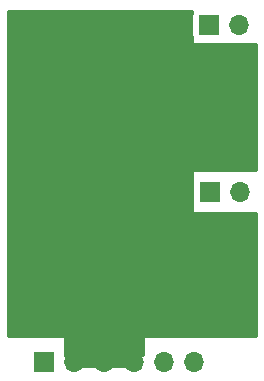
<source format=gbr>
%TF.GenerationSoftware,KiCad,Pcbnew,(5.1.6)-1*%
%TF.CreationDate,2020-08-23T14:00:48-07:00*%
%TF.ProjectId,Led Driver Double,4c656420-4472-4697-9665-7220446f7562,rev?*%
%TF.SameCoordinates,Original*%
%TF.FileFunction,Copper,L2,Bot*%
%TF.FilePolarity,Positive*%
%FSLAX46Y46*%
G04 Gerber Fmt 4.6, Leading zero omitted, Abs format (unit mm)*
G04 Created by KiCad (PCBNEW (5.1.6)-1) date 2020-08-23 14:00:48*
%MOMM*%
%LPD*%
G01*
G04 APERTURE LIST*
%TA.AperFunction,ComponentPad*%
%ADD10O,1.700000X1.700000*%
%TD*%
%TA.AperFunction,ComponentPad*%
%ADD11R,1.700000X1.700000*%
%TD*%
%TA.AperFunction,ViaPad*%
%ADD12C,0.800000*%
%TD*%
%TA.AperFunction,Conductor*%
%ADD13C,1.000000*%
%TD*%
%TA.AperFunction,Conductor*%
%ADD14C,0.254000*%
%TD*%
G04 APERTURE END LIST*
D10*
%TO.P,J5,6*%
%TO.N,/Dim2*%
X87687120Y-51073560D03*
%TO.P,J5,5*%
%TO.N,/Dim1*%
X85147120Y-51073560D03*
%TO.P,J5,4*%
%TO.N,/Gnd*%
X82607120Y-51073560D03*
%TO.P,J5,3*%
X80067120Y-51073560D03*
%TO.P,J5,2*%
X77527120Y-51073560D03*
D11*
%TO.P,J5,1*%
%TO.N,/Vin*%
X74987120Y-51073560D03*
%TD*%
D10*
%TO.P,J1,2*%
%TO.N,/LED1+*%
X91450000Y-22540000D03*
D11*
%TO.P,J1,1*%
%TO.N,/LED1-*%
X88910000Y-22540000D03*
%TD*%
D10*
%TO.P,J2,2*%
%TO.N,/LED2+*%
X91560000Y-36670000D03*
D11*
%TO.P,J2,1*%
%TO.N,/LED2-*%
X89020000Y-36670000D03*
%TD*%
D12*
%TO.N,/Gnd*%
X91340000Y-45560000D03*
X90340000Y-46560000D03*
X91340000Y-46560000D03*
X90340000Y-45560000D03*
X91340000Y-31420000D03*
X90340000Y-32420000D03*
X91340000Y-32420000D03*
X90340000Y-31420000D03*
X88897108Y-25654668D03*
X89794091Y-25652491D03*
X90683200Y-25642440D03*
X88729628Y-39777028D03*
X89626611Y-39774851D03*
X90515720Y-39764800D03*
X77305880Y-25722760D03*
X77425080Y-39817020D03*
X78315059Y-39816041D03*
X79207568Y-39817612D03*
X79101068Y-25718272D03*
X78208559Y-25716701D03*
X90835600Y-31922880D03*
X90820840Y-46059340D03*
%TD*%
D13*
%TO.N,/Gnd*%
X77527120Y-51073560D02*
X77270000Y-25710000D01*
X77527120Y-51073560D02*
X82607120Y-51073560D01*
%TD*%
D14*
%TO.N,/Gnd*%
G36*
X87443000Y-21536469D02*
G01*
X87434188Y-21565518D01*
X87421928Y-21690000D01*
X87421928Y-23390000D01*
X87434188Y-23514482D01*
X87443000Y-23543531D01*
X87443000Y-24020000D01*
X87445440Y-24044776D01*
X87452667Y-24068601D01*
X87464403Y-24090557D01*
X87480197Y-24109803D01*
X87499443Y-24125597D01*
X87521399Y-24137333D01*
X87545224Y-24144560D01*
X87570000Y-24147000D01*
X92910000Y-24147000D01*
X92910000Y-34823000D01*
X87610000Y-34823000D01*
X87585224Y-34825440D01*
X87561399Y-34832667D01*
X87539443Y-34844403D01*
X87520197Y-34860197D01*
X87504403Y-34879443D01*
X87492667Y-34901399D01*
X87485440Y-34925224D01*
X87483000Y-34950000D01*
X87483000Y-38320000D01*
X87485440Y-38344776D01*
X87492667Y-38368601D01*
X87504403Y-38390557D01*
X87520197Y-38409803D01*
X87539443Y-38425597D01*
X87561399Y-38437333D01*
X87585224Y-38444560D01*
X87610000Y-38447000D01*
X92910001Y-38447000D01*
X92910001Y-48863000D01*
X83440000Y-48863000D01*
X83415224Y-48865440D01*
X83391399Y-48872667D01*
X83369443Y-48884403D01*
X83350197Y-48900197D01*
X83334403Y-48919443D01*
X83322667Y-48941399D01*
X83315440Y-48965224D01*
X83313000Y-48990000D01*
X83313000Y-50523556D01*
X76735120Y-50552449D01*
X76711887Y-48988114D01*
X76709079Y-48963377D01*
X76701499Y-48939662D01*
X76689438Y-48917882D01*
X76673360Y-48898874D01*
X76653883Y-48883367D01*
X76631754Y-48871959D01*
X76607825Y-48865086D01*
X76584901Y-48863000D01*
X71880000Y-48863000D01*
X71880000Y-21350000D01*
X87443000Y-21350000D01*
X87443000Y-21536469D01*
G37*
X87443000Y-21536469D02*
X87434188Y-21565518D01*
X87421928Y-21690000D01*
X87421928Y-23390000D01*
X87434188Y-23514482D01*
X87443000Y-23543531D01*
X87443000Y-24020000D01*
X87445440Y-24044776D01*
X87452667Y-24068601D01*
X87464403Y-24090557D01*
X87480197Y-24109803D01*
X87499443Y-24125597D01*
X87521399Y-24137333D01*
X87545224Y-24144560D01*
X87570000Y-24147000D01*
X92910000Y-24147000D01*
X92910000Y-34823000D01*
X87610000Y-34823000D01*
X87585224Y-34825440D01*
X87561399Y-34832667D01*
X87539443Y-34844403D01*
X87520197Y-34860197D01*
X87504403Y-34879443D01*
X87492667Y-34901399D01*
X87485440Y-34925224D01*
X87483000Y-34950000D01*
X87483000Y-38320000D01*
X87485440Y-38344776D01*
X87492667Y-38368601D01*
X87504403Y-38390557D01*
X87520197Y-38409803D01*
X87539443Y-38425597D01*
X87561399Y-38437333D01*
X87585224Y-38444560D01*
X87610000Y-38447000D01*
X92910001Y-38447000D01*
X92910001Y-48863000D01*
X83440000Y-48863000D01*
X83415224Y-48865440D01*
X83391399Y-48872667D01*
X83369443Y-48884403D01*
X83350197Y-48900197D01*
X83334403Y-48919443D01*
X83322667Y-48941399D01*
X83315440Y-48965224D01*
X83313000Y-48990000D01*
X83313000Y-50523556D01*
X76735120Y-50552449D01*
X76711887Y-48988114D01*
X76709079Y-48963377D01*
X76701499Y-48939662D01*
X76689438Y-48917882D01*
X76673360Y-48898874D01*
X76653883Y-48883367D01*
X76631754Y-48871959D01*
X76607825Y-48865086D01*
X76584901Y-48863000D01*
X71880000Y-48863000D01*
X71880000Y-21350000D01*
X87443000Y-21350000D01*
X87443000Y-21536469D01*
%TD*%
M02*

</source>
